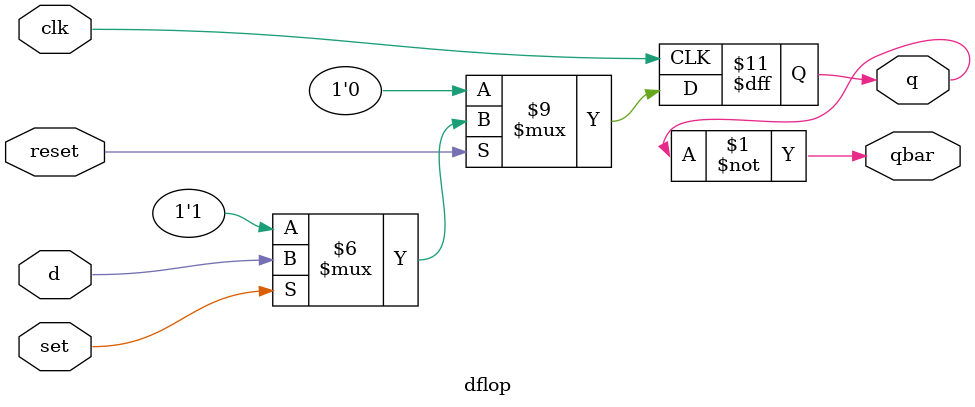
<source format=v>

module dflop (
    q, qbar,
    d, set, reset, clk
);

    output reg q; output qbar;
    input d, set, reset, clk;

    assign qbar = ~q;

    always @(posedge clk) begin
        if(reset == 0)  q <= 0;
        else if (set == 0) q <= 1;
        else q <= d;
    end
    
endmodule
</source>
